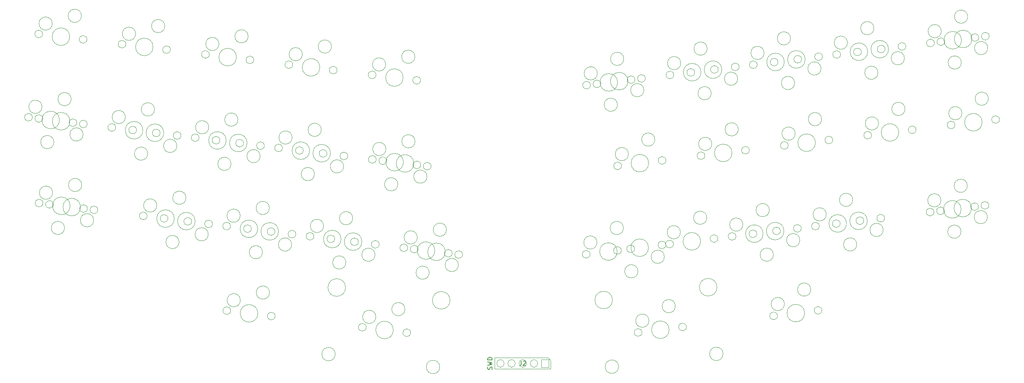
<source format=gbr>
%TF.GenerationSoftware,KiCad,Pcbnew,7.0.6*%
%TF.CreationDate,2024-02-12T15:49:00-05:00*%
%TF.ProjectId,lalettre2040-tripple-stagger-hotswap-pcb,6c616c65-7474-4726-9532-3034302d7472,rev?*%
%TF.SameCoordinates,PX1ea85bbPY7e0978f*%
%TF.FileFunction,AssemblyDrawing,Top*%
%FSLAX46Y46*%
G04 Gerber Fmt 4.6, Leading zero omitted, Abs format (unit mm)*
G04 Created by KiCad (PCBNEW 7.0.6) date 2024-02-12 15:49:00*
%MOMM*%
%LPD*%
G01*
G04 APERTURE LIST*
%ADD10C,0.150000*%
%ADD11C,0.100000*%
G04 APERTURE END LIST*
D10*
X113223150Y1855063D02*
X113270769Y1997920D01*
X113270769Y1997920D02*
X113270769Y2236015D01*
X113270769Y2236015D02*
X113223150Y2331253D01*
X113223150Y2331253D02*
X113175530Y2378872D01*
X113175530Y2378872D02*
X113080292Y2426491D01*
X113080292Y2426491D02*
X112985054Y2426491D01*
X112985054Y2426491D02*
X112889816Y2378872D01*
X112889816Y2378872D02*
X112842197Y2331253D01*
X112842197Y2331253D02*
X112794578Y2236015D01*
X112794578Y2236015D02*
X112746959Y2045539D01*
X112746959Y2045539D02*
X112699340Y1950301D01*
X112699340Y1950301D02*
X112651721Y1902682D01*
X112651721Y1902682D02*
X112556483Y1855063D01*
X112556483Y1855063D02*
X112461245Y1855063D01*
X112461245Y1855063D02*
X112366007Y1902682D01*
X112366007Y1902682D02*
X112318388Y1950301D01*
X112318388Y1950301D02*
X112270769Y2045539D01*
X112270769Y2045539D02*
X112270769Y2283634D01*
X112270769Y2283634D02*
X112318388Y2426491D01*
X112270769Y2759825D02*
X113270769Y2997920D01*
X113270769Y2997920D02*
X112556483Y3188396D01*
X112556483Y3188396D02*
X113270769Y3378872D01*
X113270769Y3378872D02*
X112270769Y3616967D01*
X113270769Y3997920D02*
X112270769Y3997920D01*
X112270769Y3997920D02*
X112270769Y4236015D01*
X112270769Y4236015D02*
X112318388Y4378872D01*
X112318388Y4378872D02*
X112413626Y4474110D01*
X112413626Y4474110D02*
X112508864Y4521729D01*
X112508864Y4521729D02*
X112699340Y4569348D01*
X112699340Y4569348D02*
X112842197Y4569348D01*
X112842197Y4569348D02*
X113032673Y4521729D01*
X113032673Y4521729D02*
X113127911Y4474110D01*
X113127911Y4474110D02*
X113223150Y4378872D01*
X113223150Y4378872D02*
X113270769Y4236015D01*
X113270769Y4236015D02*
X113270769Y3997920D01*
X119892616Y3757386D02*
X119892616Y3043101D01*
X119892616Y3043101D02*
X119844997Y2900244D01*
X119844997Y2900244D02*
X119749759Y2805005D01*
X119749759Y2805005D02*
X119606902Y2757386D01*
X119606902Y2757386D02*
X119511664Y2757386D01*
X120321188Y3662148D02*
X120368807Y3709767D01*
X120368807Y3709767D02*
X120464045Y3757386D01*
X120464045Y3757386D02*
X120702140Y3757386D01*
X120702140Y3757386D02*
X120797378Y3709767D01*
X120797378Y3709767D02*
X120844997Y3662148D01*
X120844997Y3662148D02*
X120892616Y3566910D01*
X120892616Y3566910D02*
X120892616Y3471672D01*
X120892616Y3471672D02*
X120844997Y3328815D01*
X120844997Y3328815D02*
X120273569Y2757386D01*
X120273569Y2757386D02*
X120892616Y2757386D01*
D11*
%TO.C,J2*%
X113875950Y1942205D02*
X113875950Y4482205D01*
X126575950Y1942205D02*
X113875950Y1942205D01*
X126575950Y3847205D02*
X126575950Y1942205D01*
X113875950Y4482205D02*
X125940950Y4482205D01*
X125940950Y4482205D02*
X126575950Y3847205D01*
%TD*%
%TO.C,MX51*%
X178654305Y33293453D02*
G75*
G03*
X178654305Y33293453I-875000J0D01*
G01*
X176139142Y38026040D02*
G75*
G03*
X176139142Y38026040I-1500000J0D01*
G01*
X174731071Y32674357D02*
G75*
G03*
X174731071Y32674357I-1993900J0D01*
G01*
X170146022Y34731102D02*
G75*
G03*
X170146022Y34731102I-1500000J0D01*
G01*
X168570037Y32055261D02*
G75*
G03*
X168570037Y32055261I-875000J0D01*
G01*
%TD*%
%TO.C,MX27*%
X164473301Y31552246D02*
G75*
G03*
X164473301Y31552246I-875000J0D01*
G01*
X161958138Y36284833D02*
G75*
G03*
X161958138Y36284833I-1500000J0D01*
G01*
X160550067Y30933150D02*
G75*
G03*
X160550067Y30933150I-1993900J0D01*
G01*
X155965018Y32989895D02*
G75*
G03*
X155965018Y32989895I-1500000J0D01*
G01*
X154389033Y30314054D02*
G75*
G03*
X154389033Y30314054I-875000J0D01*
G01*
%TD*%
%TO.C,MX50*%
X142571462Y28863054D02*
G75*
G03*
X142571462Y28863054I-875000J0D01*
G01*
X146336625Y24130467D02*
G75*
G03*
X146336625Y24130467I-1500000J0D01*
G01*
X148732496Y29482150D02*
G75*
G03*
X148732496Y29482150I-1993900J0D01*
G01*
X152329745Y27425405D02*
G75*
G03*
X152329745Y27425405I-1500000J0D01*
G01*
X152655730Y30101246D02*
G75*
G03*
X152655730Y30101246I-875000J0D01*
G01*
%TD*%
X115145950Y4062205D02*
X115145950Y4062205D01*
X115145950Y4062205D02*
G75*
G03*
X115145950Y2362205I0J-850000D01*
G01*
X115145950Y2362205D02*
X115145950Y2362205D01*
X115145950Y2362205D02*
G75*
G03*
X115145950Y4062205I0J850000D01*
G01*
X117685950Y4062205D02*
X117685950Y4062205D01*
X117685950Y4062205D02*
G75*
G03*
X117685950Y2362205I0J-850000D01*
G01*
X117685950Y2362205D02*
X117685950Y2362205D01*
X117685950Y2362205D02*
G75*
G03*
X117685950Y4062205I0J850000D01*
G01*
X120225950Y4062205D02*
X120225950Y4062205D01*
X120225950Y4062205D02*
G75*
G03*
X120225950Y2362205I0J-850000D01*
G01*
X120225950Y2362205D02*
X120225950Y2362205D01*
X120225950Y2362205D02*
G75*
G03*
X120225950Y4062205I0J850000D01*
G01*
X122765950Y4062205D02*
X122765950Y4062205D01*
X122765950Y4062205D02*
G75*
G03*
X122765950Y2362205I0J-850000D01*
G01*
X122765950Y2362205D02*
X122765950Y2362205D01*
X122765950Y2362205D02*
G75*
G03*
X122765950Y4062205I0J850000D01*
G01*
%TO.C,J2*%
X124455950Y4062205D02*
X124455950Y2362205D01*
X126155950Y2362205D01*
X126155950Y4062205D01*
X124455950Y4062205D01*
%TD*%
%TO.C,MX44*%
X97069167Y48286879D02*
G75*
G03*
X97069167Y48286879I-875000J0D01*
G01*
X95792196Y53638561D02*
G75*
G03*
X95792196Y53638561I-1500000J0D01*
G01*
X93145933Y48905975D02*
G75*
G03*
X93145933Y48905975I-1993900J0D01*
G01*
X89179980Y51891364D02*
G75*
G03*
X89179980Y51891364I-1500000J0D01*
G01*
X86984899Y49525071D02*
G75*
G03*
X86984899Y49525071I-875000J0D01*
G01*
%TD*%
%TO.C,MX41*%
X32624387Y56199702D02*
G75*
G03*
X32624387Y56199702I-875000J0D01*
G01*
X35151358Y50848020D02*
G75*
G03*
X35151358Y50848020I-1500000J0D01*
G01*
X38785421Y55580606D02*
G75*
G03*
X38785421Y55580606I-1993900J0D01*
G01*
X41763574Y52595217D02*
G75*
G03*
X41763574Y52595217I-1500000J0D01*
G01*
X42708655Y54961510D02*
G75*
G03*
X42708655Y54961510I-875000J0D01*
G01*
%TD*%
%TO.C,MX14*%
X75797661Y50898691D02*
G75*
G03*
X75797661Y50898691I-875000J0D01*
G01*
X74520690Y56250373D02*
G75*
G03*
X74520690Y56250373I-1500000J0D01*
G01*
X71874427Y51517787D02*
G75*
G03*
X71874427Y51517787I-1993900J0D01*
G01*
X67908474Y54503176D02*
G75*
G03*
X67908474Y54503176I-1500000J0D01*
G01*
X65713393Y52136883D02*
G75*
G03*
X65713393Y52136883I-875000J0D01*
G01*
%TD*%
%TO.C,MX28*%
X173297038Y32635664D02*
G75*
G03*
X173297038Y32635664I-875000J0D01*
G01*
X177062201Y27903077D02*
G75*
G03*
X177062201Y27903077I-1500000J0D01*
G01*
X179458072Y33254760D02*
G75*
G03*
X179458072Y33254760I-1993900J0D01*
G01*
X183055321Y31198015D02*
G75*
G03*
X183055321Y31198015I-1500000J0D01*
G01*
X183381306Y33873856D02*
G75*
G03*
X183381306Y33873856I-875000J0D01*
G01*
%TD*%
%TO.C,MX17*%
X171605693Y51621055D02*
G75*
G03*
X171605693Y51621055I-875000J0D01*
G01*
X169090530Y56353642D02*
G75*
G03*
X169090530Y56353642I-1500000J0D01*
G01*
X167682459Y51001959D02*
G75*
G03*
X167682459Y51001959I-1993900J0D01*
G01*
X163097410Y53058704D02*
G75*
G03*
X163097410Y53058704I-1500000J0D01*
G01*
X161521425Y50382863D02*
G75*
G03*
X161521425Y50382863I-875000J0D01*
G01*
%TD*%
%TO.C,MX22*%
X45114046Y35473102D02*
G75*
G03*
X45114046Y35473102I-875000J0D01*
G01*
X43837075Y40824784D02*
G75*
G03*
X43837075Y40824784I-1500000J0D01*
G01*
X41190812Y36092198D02*
G75*
G03*
X41190812Y36092198I-1993900J0D01*
G01*
X37224859Y39077587D02*
G75*
G03*
X37224859Y39077587I-1500000J0D01*
G01*
X35029778Y36711294D02*
G75*
G03*
X35029778Y36711294I-875000J0D01*
G01*
%TD*%
%TO.C,MX9*%
X202373089Y74591879D02*
G75*
G03*
X202373089Y74591879I-875000J0D01*
G01*
X199857926Y79324466D02*
G75*
G03*
X199857926Y79324466I-1500000J0D01*
G01*
X198449855Y73972783D02*
G75*
G03*
X198449855Y73972783I-1993900J0D01*
G01*
X193864806Y76029528D02*
G75*
G03*
X193864806Y76029528I-1500000J0D01*
G01*
X192288821Y73353687D02*
G75*
G03*
X192288821Y73353687I-875000J0D01*
G01*
%TD*%
%TO.C,MX6*%
X145649009Y67627053D02*
G75*
G03*
X145649009Y67627053I-875000J0D01*
G01*
X143133846Y72359640D02*
G75*
G03*
X143133846Y72359640I-1500000J0D01*
G01*
X141725775Y67007957D02*
G75*
G03*
X141725775Y67007957I-1993900J0D01*
G01*
X137140726Y69064702D02*
G75*
G03*
X137140726Y69064702I-1500000J0D01*
G01*
X135564741Y66388861D02*
G75*
G03*
X135564741Y66388861I-875000J0D01*
G01*
%TD*%
%TO.C,MX47*%
X58664783Y33809282D02*
G75*
G03*
X58664783Y33809282I-875000J0D01*
G01*
X61191754Y28457600D02*
G75*
G03*
X61191754Y28457600I-1500000J0D01*
G01*
X64825817Y33190186D02*
G75*
G03*
X64825817Y33190186I-1993900J0D01*
G01*
X67803970Y30204797D02*
G75*
G03*
X67803970Y30204797I-1500000J0D01*
G01*
X68749051Y32571090D02*
G75*
G03*
X68749051Y32571090I-875000J0D01*
G01*
%TD*%
%TO.C,MX53*%
X215839980Y37859296D02*
G75*
G03*
X215839980Y37859296I-875000J0D01*
G01*
X219605143Y33126709D02*
G75*
G03*
X219605143Y33126709I-1500000J0D01*
G01*
X222001014Y38478392D02*
G75*
G03*
X222001014Y38478392I-1993900J0D01*
G01*
X225598263Y36421647D02*
G75*
G03*
X225598263Y36421647I-1500000J0D01*
G01*
X225924248Y39097488D02*
G75*
G03*
X225924248Y39097488I-875000J0D01*
G01*
%TD*%
%TO.C,MX8*%
X183465086Y72270267D02*
G75*
G03*
X183465086Y72270267I-875000J0D01*
G01*
X180949923Y77002854D02*
G75*
G03*
X180949923Y77002854I-1500000J0D01*
G01*
X179541852Y71651171D02*
G75*
G03*
X179541852Y71651171I-1993900J0D01*
G01*
X174956803Y73707916D02*
G75*
G03*
X174956803Y73707916I-1500000J0D01*
G01*
X173380818Y71032075D02*
G75*
G03*
X173380818Y71032075I-875000J0D01*
G01*
%TD*%
%TO.C,MX48*%
X77572785Y31487671D02*
G75*
G03*
X77572785Y31487671I-875000J0D01*
G01*
X80099756Y26135989D02*
G75*
G03*
X80099756Y26135989I-1500000J0D01*
G01*
X83733819Y30868575D02*
G75*
G03*
X83733819Y30868575I-1993900J0D01*
G01*
X86711972Y27883186D02*
G75*
G03*
X86711972Y27883186I-1500000J0D01*
G01*
X87657053Y30249479D02*
G75*
G03*
X87657053Y30249479I-875000J0D01*
G01*
%TD*%
%TO.C,MX38*%
X197015822Y73934089D02*
G75*
G03*
X197015822Y73934089I-875000J0D01*
G01*
X200780985Y69201502D02*
G75*
G03*
X200780985Y69201502I-1500000J0D01*
G01*
X203176856Y74553185D02*
G75*
G03*
X203176856Y74553185I-1993900J0D01*
G01*
X206774105Y72496440D02*
G75*
G03*
X206774105Y72496440I-1500000J0D01*
G01*
X207100090Y75172281D02*
G75*
G03*
X207100090Y75172281I-875000J0D01*
G01*
%TD*%
%TO.C,MX15*%
X89348400Y49234869D02*
G75*
G03*
X89348400Y49234869I-875000J0D01*
G01*
X91875371Y43883187D02*
G75*
G03*
X91875371Y43883187I-1500000J0D01*
G01*
X95509434Y48615773D02*
G75*
G03*
X95509434Y48615773I-1993900J0D01*
G01*
X98487587Y45630384D02*
G75*
G03*
X98487587Y45630384I-1500000J0D01*
G01*
X99432668Y47996677D02*
G75*
G03*
X99432668Y47996677I-875000J0D01*
G01*
%TD*%
%TO.C,MX25*%
X104201557Y28218069D02*
G75*
G03*
X104201557Y28218069I-875000J0D01*
G01*
X102924586Y33569751D02*
G75*
G03*
X102924586Y33569751I-1500000J0D01*
G01*
X100278323Y28837165D02*
G75*
G03*
X100278323Y28837165I-1993900J0D01*
G01*
X96312370Y31822554D02*
G75*
G03*
X96312370Y31822554I-1500000J0D01*
G01*
X94117289Y29456261D02*
G75*
G03*
X94117289Y29456261I-875000J0D01*
G01*
%TD*%
%TO.C,MX10*%
X223644525Y77203698D02*
G75*
G03*
X223644525Y77203698I-875000J0D01*
G01*
X221129362Y81936285D02*
G75*
G03*
X221129362Y81936285I-1500000J0D01*
G01*
X219721291Y76584602D02*
G75*
G03*
X219721291Y76584602I-1993900J0D01*
G01*
X215136242Y78641347D02*
G75*
G03*
X215136242Y78641347I-1500000J0D01*
G01*
X213560257Y75965506D02*
G75*
G03*
X213560257Y75965506I-875000J0D01*
G01*
%TD*%
%TO.C,MX42*%
X51532390Y53878092D02*
G75*
G03*
X51532390Y53878092I-875000J0D01*
G01*
X54059361Y48526410D02*
G75*
G03*
X54059361Y48526410I-1500000J0D01*
G01*
X57693424Y53258996D02*
G75*
G03*
X57693424Y53258996I-1993900J0D01*
G01*
X60671577Y50273607D02*
G75*
G03*
X60671577Y50273607I-1500000J0D01*
G01*
X61616658Y52639900D02*
G75*
G03*
X61616658Y52639900I-875000J0D01*
G01*
%TD*%
%TO.C,MX19*%
X209421702Y56264277D02*
G75*
G03*
X209421702Y56264277I-875000J0D01*
G01*
X206906539Y60996864D02*
G75*
G03*
X206906539Y60996864I-1500000J0D01*
G01*
X205498468Y55645181D02*
G75*
G03*
X205498468Y55645181I-1993900J0D01*
G01*
X200913419Y57701926D02*
G75*
G03*
X200913419Y57701926I-1500000J0D01*
G01*
X199337434Y55026085D02*
G75*
G03*
X199337434Y55026085I-875000J0D01*
G01*
%TD*%
%TO.C,MX40*%
X11352881Y58811514D02*
G75*
G03*
X11352881Y58811514I-875000J0D01*
G01*
X13879852Y53459832D02*
G75*
G03*
X13879852Y53459832I-1500000J0D01*
G01*
X17513915Y58192418D02*
G75*
G03*
X17513915Y58192418I-1993900J0D01*
G01*
X20492068Y55207029D02*
G75*
G03*
X20492068Y55207029I-1500000J0D01*
G01*
X21437149Y57573322D02*
G75*
G03*
X21437149Y57573322I-875000J0D01*
G01*
%TD*%
%TO.C,MX30*%
X223560746Y38807288D02*
G75*
G03*
X223560746Y38807288I-875000J0D01*
G01*
X221045583Y43539875D02*
G75*
G03*
X221045583Y43539875I-1500000J0D01*
G01*
X219637512Y38188192D02*
G75*
G03*
X219637512Y38188192I-1993900J0D01*
G01*
X215052463Y40244937D02*
G75*
G03*
X215052463Y40244937I-1500000J0D01*
G01*
X213476478Y37569096D02*
G75*
G03*
X213476478Y37569096I-875000J0D01*
G01*
%TD*%
%TO.C,MX33*%
X165647982Y5386289D02*
G75*
G03*
X165647982Y5386289I-1524000J0D01*
G01*
X164260594Y20512693D02*
G75*
G03*
X164260594Y20512693I-1993900J0D01*
G01*
X157340843Y11483444D02*
G75*
G03*
X157340843Y11483444I-875000J0D01*
G01*
X154825680Y16216031D02*
G75*
G03*
X154825680Y16216031I-1500000J0D01*
G01*
X153417609Y10864348D02*
G75*
G03*
X153417609Y10864348I-1993900J0D01*
G01*
X148832560Y12921093D02*
G75*
G03*
X148832560Y12921093I-1500000J0D01*
G01*
X147256575Y10245252D02*
G75*
G03*
X147256575Y10245252I-875000J0D01*
G01*
X141949950Y2476537D02*
G75*
G03*
X141949950Y2476537I-1524000J0D01*
G01*
X140562562Y17602940D02*
G75*
G03*
X140562562Y17602940I-1993900J0D01*
G01*
%TD*%
%TO.C,MX31*%
X64063938Y13953286D02*
G75*
G03*
X64063938Y13953286I-875000J0D01*
G01*
X62786967Y19304968D02*
G75*
G03*
X62786967Y19304968I-1500000J0D01*
G01*
X60140704Y14572382D02*
G75*
G03*
X60140704Y14572382I-1993900J0D01*
G01*
X56174751Y17557771D02*
G75*
G03*
X56174751Y17557771I-1500000J0D01*
G01*
X53979670Y15191478D02*
G75*
G03*
X53979670Y15191478I-875000J0D01*
G01*
%TD*%
%TO.C,MX45*%
X13758271Y39323107D02*
G75*
G03*
X13758271Y39323107I-875000J0D01*
G01*
X16285242Y33971425D02*
G75*
G03*
X16285242Y33971425I-1500000J0D01*
G01*
X19919305Y38704011D02*
G75*
G03*
X19919305Y38704011I-1993900J0D01*
G01*
X22897458Y35718622D02*
G75*
G03*
X22897458Y35718622I-1500000J0D01*
G01*
X23842539Y38084915D02*
G75*
G03*
X23842539Y38084915I-875000J0D01*
G01*
%TD*%
%TO.C,MX46*%
X39756777Y36130892D02*
G75*
G03*
X39756777Y36130892I-875000J0D01*
G01*
X42283748Y30779210D02*
G75*
G03*
X42283748Y30779210I-1500000J0D01*
G01*
X45917811Y35511796D02*
G75*
G03*
X45917811Y35511796I-1993900J0D01*
G01*
X48895964Y32526407D02*
G75*
G03*
X48895964Y32526407I-1500000J0D01*
G01*
X49841045Y34892700D02*
G75*
G03*
X49841045Y34892700I-875000J0D01*
G01*
%TD*%
%TO.C,MX23*%
X64022048Y33151491D02*
G75*
G03*
X64022048Y33151491I-875000J0D01*
G01*
X62745077Y38503173D02*
G75*
G03*
X62745077Y38503173I-1500000J0D01*
G01*
X60098814Y33770587D02*
G75*
G03*
X60098814Y33770587I-1993900J0D01*
G01*
X56132861Y36755976D02*
G75*
G03*
X56132861Y36755976I-1500000J0D01*
G01*
X53937780Y34389683D02*
G75*
G03*
X53937780Y34389683I-875000J0D01*
G01*
%TD*%
%TO.C,MX29*%
X192205043Y34957277D02*
G75*
G03*
X192205043Y34957277I-875000J0D01*
G01*
X195970206Y30224690D02*
G75*
G03*
X195970206Y30224690I-1500000J0D01*
G01*
X198366077Y35576373D02*
G75*
G03*
X198366077Y35576373I-1993900J0D01*
G01*
X201963326Y33519628D02*
G75*
G03*
X201963326Y33519628I-1500000J0D01*
G01*
X202289311Y36195469D02*
G75*
G03*
X202289311Y36195469I-875000J0D01*
G01*
%TD*%
%TO.C,MX32*%
X101394071Y2411954D02*
G75*
G03*
X101394071Y2411954I-1524000J0D01*
G01*
X103721259Y17538357D02*
G75*
G03*
X103721259Y17538357I-1993900J0D01*
G01*
X94789446Y10180669D02*
G75*
G03*
X94789446Y10180669I-875000J0D01*
G01*
X93512475Y15532351D02*
G75*
G03*
X93512475Y15532351I-1500000J0D01*
G01*
X90866212Y10799765D02*
G75*
G03*
X90866212Y10799765I-1993900J0D01*
G01*
X86900259Y13785154D02*
G75*
G03*
X86900259Y13785154I-1500000J0D01*
G01*
X84705178Y11418861D02*
G75*
G03*
X84705178Y11418861I-875000J0D01*
G01*
X77696039Y5321706D02*
G75*
G03*
X77696039Y5321706I-1524000J0D01*
G01*
X80023227Y20448110D02*
G75*
G03*
X80023227Y20448110I-1993900J0D01*
G01*
%TD*%
%TO.C,MX36*%
X159199812Y69290868D02*
G75*
G03*
X159199812Y69290868I-875000J0D01*
G01*
X162964975Y64558281D02*
G75*
G03*
X162964975Y64558281I-1500000J0D01*
G01*
X165360846Y69909964D02*
G75*
G03*
X165360846Y69909964I-1993900J0D01*
G01*
X168958095Y67853219D02*
G75*
G03*
X168958095Y67853219I-1500000J0D01*
G01*
X169284080Y70529060D02*
G75*
G03*
X169284080Y70529060I-875000J0D01*
G01*
%TD*%
%TO.C,MX2*%
X40303264Y74449917D02*
G75*
G03*
X40303264Y74449917I-875000J0D01*
G01*
X39026293Y79801599D02*
G75*
G03*
X39026293Y79801599I-1500000J0D01*
G01*
X36380030Y75069013D02*
G75*
G03*
X36380030Y75069013I-1993900J0D01*
G01*
X32414077Y78054402D02*
G75*
G03*
X32414077Y78054402I-1500000J0D01*
G01*
X30218996Y75688109D02*
G75*
G03*
X30218996Y75688109I-875000J0D01*
G01*
%TD*%
%TO.C,MX52*%
X197562310Y35615065D02*
G75*
G03*
X197562310Y35615065I-875000J0D01*
G01*
X195047147Y40347652D02*
G75*
G03*
X195047147Y40347652I-1500000J0D01*
G01*
X193639076Y34995969D02*
G75*
G03*
X193639076Y34995969I-1993900J0D01*
G01*
X189054027Y37052714D02*
G75*
G03*
X189054027Y37052714I-1500000J0D01*
G01*
X187478042Y34376873D02*
G75*
G03*
X187478042Y34376873I-875000J0D01*
G01*
%TD*%
%TO.C,MX39*%
X215923825Y76255700D02*
G75*
G03*
X215923825Y76255700I-875000J0D01*
G01*
X219688988Y71523113D02*
G75*
G03*
X219688988Y71523113I-1500000J0D01*
G01*
X222084859Y76874796D02*
G75*
G03*
X222084859Y76874796I-1993900J0D01*
G01*
X225682108Y74818051D02*
G75*
G03*
X225682108Y74818051I-1500000J0D01*
G01*
X226008093Y77493892D02*
G75*
G03*
X226008093Y77493892I-875000J0D01*
G01*
%TD*%
%TO.C,MX20*%
X228329704Y58585887D02*
G75*
G03*
X228329704Y58585887I-875000J0D01*
G01*
X225814541Y63318474D02*
G75*
G03*
X225814541Y63318474I-1500000J0D01*
G01*
X224406470Y57966791D02*
G75*
G03*
X224406470Y57966791I-1993900J0D01*
G01*
X219821421Y60023536D02*
G75*
G03*
X219821421Y60023536I-1500000J0D01*
G01*
X218245436Y57347695D02*
G75*
G03*
X218245436Y57347695I-875000J0D01*
G01*
%TD*%
%TO.C,MX43*%
X70440394Y51556481D02*
G75*
G03*
X70440394Y51556481I-875000J0D01*
G01*
X72967365Y46204799D02*
G75*
G03*
X72967365Y46204799I-1500000J0D01*
G01*
X76601428Y50937385D02*
G75*
G03*
X76601428Y50937385I-1993900J0D01*
G01*
X79579581Y47951996D02*
G75*
G03*
X79579581Y47951996I-1500000J0D01*
G01*
X80524662Y50318289D02*
G75*
G03*
X80524662Y50318289I-875000J0D01*
G01*
%TD*%
%TO.C,MX21*%
X21479039Y38375117D02*
G75*
G03*
X21479039Y38375117I-875000J0D01*
G01*
X20202068Y43726799D02*
G75*
G03*
X20202068Y43726799I-1500000J0D01*
G01*
X17555805Y38994213D02*
G75*
G03*
X17555805Y38994213I-1993900J0D01*
G01*
X13589852Y41979602D02*
G75*
G03*
X13589852Y41979602I-1500000J0D01*
G01*
X11394771Y39613309D02*
G75*
G03*
X11394771Y39613309I-875000J0D01*
G01*
%TD*%
%TO.C,MX34*%
X188066350Y15256062D02*
G75*
G03*
X188066350Y15256062I-875000J0D01*
G01*
X185551187Y19988649D02*
G75*
G03*
X185551187Y19988649I-1500000J0D01*
G01*
X184143116Y14636966D02*
G75*
G03*
X184143116Y14636966I-1993900J0D01*
G01*
X179558067Y16693711D02*
G75*
G03*
X179558067Y16693711I-1500000J0D01*
G01*
X177982082Y14017870D02*
G75*
G03*
X177982082Y14017870I-875000J0D01*
G01*
%TD*%
%TO.C,MX3*%
X59211270Y72128305D02*
G75*
G03*
X59211270Y72128305I-875000J0D01*
G01*
X57934299Y77479987D02*
G75*
G03*
X57934299Y77479987I-1500000J0D01*
G01*
X55288036Y72747401D02*
G75*
G03*
X55288036Y72747401I-1993900J0D01*
G01*
X51322083Y75732790D02*
G75*
G03*
X51322083Y75732790I-1500000J0D01*
G01*
X49127002Y73366497D02*
G75*
G03*
X49127002Y73366497I-875000J0D01*
G01*
%TD*%
%TO.C,MX18*%
X190513697Y53942666D02*
G75*
G03*
X190513697Y53942666I-875000J0D01*
G01*
X187998534Y58675253D02*
G75*
G03*
X187998534Y58675253I-1500000J0D01*
G01*
X186590463Y53323570D02*
G75*
G03*
X186590463Y53323570I-1993900J0D01*
G01*
X182005414Y55380315D02*
G75*
G03*
X182005414Y55380315I-1500000J0D01*
G01*
X180429429Y52704474D02*
G75*
G03*
X180429429Y52704474I-875000J0D01*
G01*
%TD*%
%TO.C,MX24*%
X82930054Y30829881D02*
G75*
G03*
X82930054Y30829881I-875000J0D01*
G01*
X81653083Y36181563D02*
G75*
G03*
X81653083Y36181563I-1500000J0D01*
G01*
X79006820Y31448977D02*
G75*
G03*
X79006820Y31448977I-1993900J0D01*
G01*
X75040867Y34434366D02*
G75*
G03*
X75040867Y34434366I-1500000J0D01*
G01*
X72845786Y32068073D02*
G75*
G03*
X72845786Y32068073I-875000J0D01*
G01*
%TD*%
%TO.C,MX11*%
X19073650Y57863523D02*
G75*
G03*
X19073650Y57863523I-875000J0D01*
G01*
X17796679Y63215205D02*
G75*
G03*
X17796679Y63215205I-1500000J0D01*
G01*
X15150416Y58482619D02*
G75*
G03*
X15150416Y58482619I-1993900J0D01*
G01*
X11184463Y61468008D02*
G75*
G03*
X11184463Y61468008I-1500000J0D01*
G01*
X8989382Y59101715D02*
G75*
G03*
X8989382Y59101715I-875000J0D01*
G01*
%TD*%
%TO.C,MX7*%
X164557080Y69948658D02*
G75*
G03*
X164557080Y69948658I-875000J0D01*
G01*
X162041917Y74681245D02*
G75*
G03*
X162041917Y74681245I-1500000J0D01*
G01*
X160633846Y69329562D02*
G75*
G03*
X160633846Y69329562I-1993900J0D01*
G01*
X156048797Y71386307D02*
G75*
G03*
X156048797Y71386307I-1500000J0D01*
G01*
X154472812Y68710466D02*
G75*
G03*
X154472812Y68710466I-875000J0D01*
G01*
%TD*%
%TO.C,MX12*%
X37981653Y55541912D02*
G75*
G03*
X37981653Y55541912I-875000J0D01*
G01*
X36704682Y60893594D02*
G75*
G03*
X36704682Y60893594I-1500000J0D01*
G01*
X34058419Y56161008D02*
G75*
G03*
X34058419Y56161008I-1993900J0D01*
G01*
X30092466Y59146397D02*
G75*
G03*
X30092466Y59146397I-1500000J0D01*
G01*
X27897385Y56780104D02*
G75*
G03*
X27897385Y56780104I-875000J0D01*
G01*
%TD*%
%TO.C,MX5*%
X97027278Y67485083D02*
G75*
G03*
X97027278Y67485083I-875000J0D01*
G01*
X95750307Y72836765D02*
G75*
G03*
X95750307Y72836765I-1500000J0D01*
G01*
X93104044Y68104179D02*
G75*
G03*
X93104044Y68104179I-1993900J0D01*
G01*
X89138091Y71089568D02*
G75*
G03*
X89138091Y71089568I-1500000J0D01*
G01*
X86943010Y68723275D02*
G75*
G03*
X86943010Y68723275I-875000J0D01*
G01*
%TD*%
%TO.C,MX13*%
X56889658Y53220302D02*
G75*
G03*
X56889658Y53220302I-875000J0D01*
G01*
X55612687Y58571984D02*
G75*
G03*
X55612687Y58571984I-1500000J0D01*
G01*
X52966424Y53839398D02*
G75*
G03*
X52966424Y53839398I-1993900J0D01*
G01*
X49000471Y56824787D02*
G75*
G03*
X49000471Y56824787I-1500000J0D01*
G01*
X46805390Y54458494D02*
G75*
G03*
X46805390Y54458494I-875000J0D01*
G01*
%TD*%
%TO.C,MX49*%
X96480790Y29166059D02*
G75*
G03*
X96480790Y29166059I-875000J0D01*
G01*
X99007761Y23814377D02*
G75*
G03*
X99007761Y23814377I-1500000J0D01*
G01*
X102641824Y28546963D02*
G75*
G03*
X102641824Y28546963I-1993900J0D01*
G01*
X105619977Y25561574D02*
G75*
G03*
X105619977Y25561574I-1500000J0D01*
G01*
X106565058Y27927867D02*
G75*
G03*
X106565058Y27927867I-875000J0D01*
G01*
%TD*%
%TO.C,MX35*%
X137928240Y66679062D02*
G75*
G03*
X137928240Y66679062I-875000J0D01*
G01*
X141693403Y61946475D02*
G75*
G03*
X141693403Y61946475I-1500000J0D01*
G01*
X144089274Y67298158D02*
G75*
G03*
X144089274Y67298158I-1993900J0D01*
G01*
X147686523Y65241413D02*
G75*
G03*
X147686523Y65241413I-1500000J0D01*
G01*
X148012508Y67917254D02*
G75*
G03*
X148012508Y67917254I-875000J0D01*
G01*
%TD*%
%TO.C,MX16*%
X152697688Y49299444D02*
G75*
G03*
X152697688Y49299444I-875000J0D01*
G01*
X150182525Y54032031D02*
G75*
G03*
X150182525Y54032031I-1500000J0D01*
G01*
X148774454Y48680348D02*
G75*
G03*
X148774454Y48680348I-1993900J0D01*
G01*
X144189405Y50737093D02*
G75*
G03*
X144189405Y50737093I-1500000J0D01*
G01*
X142613420Y48061252D02*
G75*
G03*
X142613420Y48061252I-875000J0D01*
G01*
%TD*%
%TO.C,MX4*%
X78119272Y69806694D02*
G75*
G03*
X78119272Y69806694I-875000J0D01*
G01*
X76842301Y75158376D02*
G75*
G03*
X76842301Y75158376I-1500000J0D01*
G01*
X74196038Y70425790D02*
G75*
G03*
X74196038Y70425790I-1993900J0D01*
G01*
X70230085Y73411179D02*
G75*
G03*
X70230085Y73411179I-1500000J0D01*
G01*
X68035004Y71044886D02*
G75*
G03*
X68035004Y71044886I-875000J0D01*
G01*
%TD*%
%TO.C,MX37*%
X178107819Y71612478D02*
G75*
G03*
X178107819Y71612478I-875000J0D01*
G01*
X181872982Y66879891D02*
G75*
G03*
X181872982Y66879891I-1500000J0D01*
G01*
X184268853Y72231574D02*
G75*
G03*
X184268853Y72231574I-1993900J0D01*
G01*
X187866102Y70174829D02*
G75*
G03*
X187866102Y70174829I-1500000J0D01*
G01*
X188192087Y72850670D02*
G75*
G03*
X188192087Y72850670I-875000J0D01*
G01*
%TD*%
%TO.C,MX26*%
X145565298Y29230634D02*
G75*
G03*
X145565298Y29230634I-875000J0D01*
G01*
X143050135Y33963221D02*
G75*
G03*
X143050135Y33963221I-1500000J0D01*
G01*
X141642064Y28611538D02*
G75*
G03*
X141642064Y28611538I-1993900J0D01*
G01*
X137057015Y30668283D02*
G75*
G03*
X137057015Y30668283I-1500000J0D01*
G01*
X135481030Y27992442D02*
G75*
G03*
X135481030Y27992442I-875000J0D01*
G01*
%TD*%
%TO.C,MX1*%
X21395259Y76771529D02*
G75*
G03*
X21395259Y76771529I-875000J0D01*
G01*
X20118288Y82123211D02*
G75*
G03*
X20118288Y82123211I-1500000J0D01*
G01*
X17472025Y77390625D02*
G75*
G03*
X17472025Y77390625I-1993900J0D01*
G01*
X13506072Y80376014D02*
G75*
G03*
X13506072Y80376014I-1500000J0D01*
G01*
X11310991Y78009721D02*
G75*
G03*
X11310991Y78009721I-875000J0D01*
G01*
%TD*%
M02*

</source>
